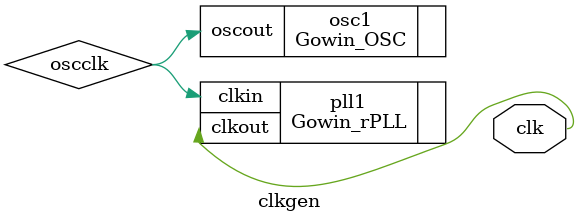
<source format=v>
/*
 * Stack Machine CPU Sample
 *   Clock Generator Module for Tang Nano
 *    Verilog code
 * @auther		Yoshiki Kurokawa <yoshiki.k963@gmail.com>
 * @copylight	2020 Yoshiki Kurokawa
 * @license		https://opensource.org/licenses/MIT     MIT license
 * @version		0.1
 */

//`define SIMULATION

module clkgen (
`ifdef SIMULATION
    output reg clk
`else
    output clk
`endif
);

`ifdef SIMULATION
initial clk = 0;

always #5 clk <= ~clk;

`else
wire oscclk;
// clock & PLL
Gowin_OSC osc1(
        .oscout(oscclk) //output oscout
);
Gowin_rPLL pll1(
    .clkout(clk), //output clkout
    .clkin(oscclk) //input clkin
);
`endif

endmodule
</source>
